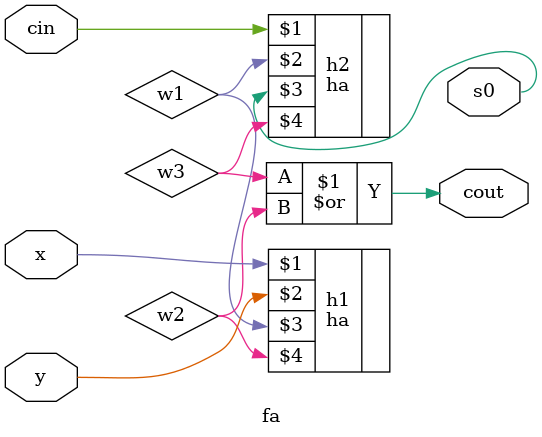
<source format=v>
module fa(x,y,cin,s0,cout);
input x,y,cin;
output s0,cout;
wire w1,w2,w3;
ha h1(x,y,w1,w2);
ha h2(cin,w1,s0,w3);
assign cout=w3|w2;
endmodule

</source>
